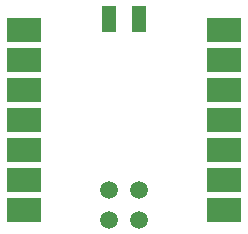
<source format=gbp>
G04 #@! TF.GenerationSoftware,KiCad,Pcbnew,7.0.11*
G04 #@! TF.CreationDate,2024-09-14T12:44:14+02:00*
G04 #@! TF.ProjectId,macropad,6d616372-6f70-4616-942e-6b696361645f,rev?*
G04 #@! TF.SameCoordinates,Original*
G04 #@! TF.FileFunction,Paste,Bot*
G04 #@! TF.FilePolarity,Positive*
%FSLAX46Y46*%
G04 Gerber Fmt 4.6, Leading zero omitted, Abs format (unit mm)*
G04 Created by KiCad (PCBNEW 7.0.11) date 2024-09-14 12:44:14*
%MOMM*%
%LPD*%
G01*
G04 APERTURE LIST*
%ADD10R,3.000000X2.000000*%
%ADD11C,1.500000*%
%ADD12R,1.300000X2.300000*%
G04 APERTURE END LIST*
D10*
X147278200Y-138283950D03*
X147278200Y-135743950D03*
X147278200Y-133203950D03*
X147278200Y-130663950D03*
X147278200Y-128123950D03*
X147278200Y-125583950D03*
X147278200Y-123043950D03*
X164278200Y-123043950D03*
X164278200Y-125583950D03*
X164278200Y-128123950D03*
X164278200Y-130663950D03*
X164278200Y-133203950D03*
X164278200Y-135743950D03*
X164278200Y-138283950D03*
D11*
X154508200Y-139053950D03*
X157048200Y-139053950D03*
X154508200Y-136513950D03*
X157048200Y-136513950D03*
D12*
X154508200Y-122063950D03*
X157048200Y-122063950D03*
M02*

</source>
